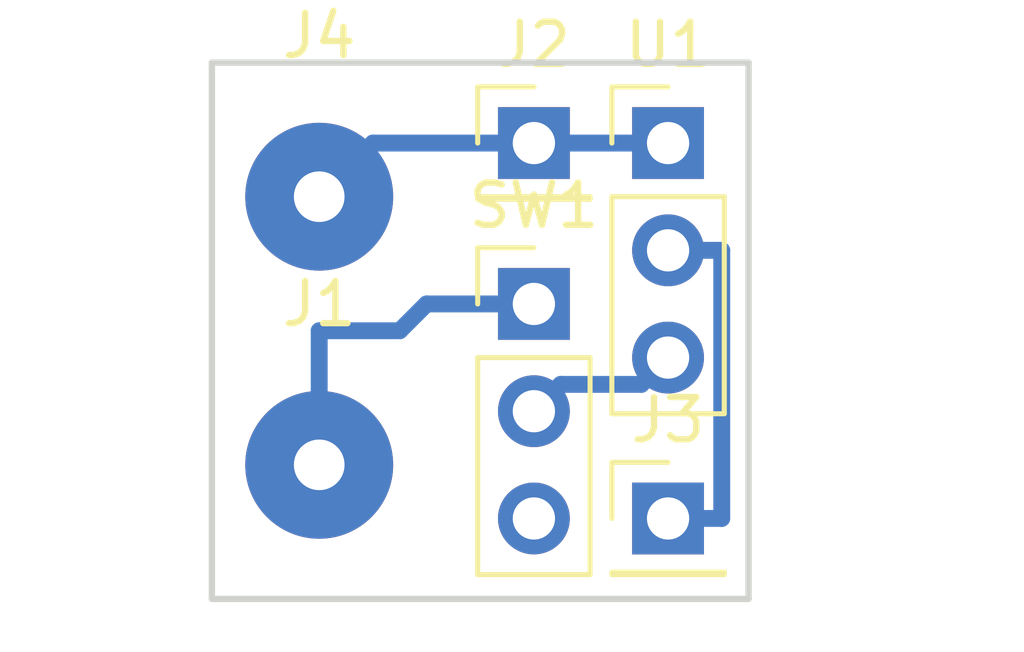
<source format=kicad_pcb>
(kicad_pcb (version 4) (host pcbnew 4.0.7)

  (general
    (links 5)
    (no_connects 1)
    (area 172.71119 49.19 197.104525 65)
    (thickness 1.6)
    (drawings 4)
    (tracks 16)
    (zones 0)
    (modules 6)
    (nets 5)
  )

  (page A4)
  (title_block
    (title "OMEGA2 DC Power")
    (date 2017-10-13)
    (rev 1.00)
    (comment 1 "By: Shivansh Vij")
    (comment 2 "PROTOTYPE (UNTESTED)")
  )

  (layers
    (0 F.Cu signal)
    (31 B.Cu signal)
    (32 B.Adhes user)
    (33 F.Adhes user)
    (34 B.Paste user)
    (35 F.Paste user)
    (36 B.SilkS user)
    (37 F.SilkS user)
    (38 B.Mask user)
    (39 F.Mask user)
    (40 Dwgs.User user)
    (41 Cmts.User user)
    (42 Eco1.User user)
    (43 Eco2.User user)
    (44 Edge.Cuts user)
    (45 Margin user)
    (46 B.CrtYd user)
    (47 F.CrtYd user)
    (48 B.Fab user)
    (49 F.Fab user)
  )

  (setup
    (last_trace_width 0.25)
    (trace_clearance 0.2)
    (zone_clearance 0.508)
    (zone_45_only yes)
    (trace_min 0.2)
    (segment_width 0.2)
    (edge_width 0.15)
    (via_size 0.6)
    (via_drill 0.4)
    (via_min_size 0.4)
    (via_min_drill 0.3)
    (uvia_size 0.3)
    (uvia_drill 0.1)
    (uvias_allowed no)
    (uvia_min_size 0.2)
    (uvia_min_drill 0.1)
    (pcb_text_width 0.3)
    (pcb_text_size 1.5 1.5)
    (mod_edge_width 0.15)
    (mod_text_size 1 1)
    (mod_text_width 0.15)
    (pad_size 1.524 1.524)
    (pad_drill 0.762)
    (pad_to_mask_clearance 0.2)
    (aux_axis_origin 0 0)
    (visible_elements 7FFFFFFF)
    (pcbplotparams
      (layerselection 0x010c0_80000001)
      (usegerberextensions false)
      (excludeedgelayer true)
      (linewidth 0.100000)
      (plotframeref false)
      (viasonmask false)
      (mode 1)
      (useauxorigin false)
      (hpglpennumber 1)
      (hpglpenspeed 20)
      (hpglpendiameter 15)
      (hpglpenoverlay 2)
      (psnegative false)
      (psa4output false)
      (plotreference true)
      (plotvalue true)
      (plotinvisibletext false)
      (padsonsilk false)
      (subtractmaskfromsilk false)
      (outputformat 1)
      (mirror false)
      (drillshape 0)
      (scaleselection 1)
      (outputdirectory ""))
  )

  (net 0 "")
  (net 1 "Net-(J1-Pad1)")
  (net 2 "Net-(J2-Pad1)")
  (net 3 "Net-(J3-Pad1)")
  (net 4 "Net-(SW1-Pad2)")

  (net_class Default "This is the default net class."
    (clearance 0.2)
    (trace_width 0.25)
    (via_dia 0.6)
    (via_drill 0.4)
    (uvia_dia 0.3)
    (uvia_drill 0.1)
  )

  (net_class "DC Input" ""
    (clearance 0.2)
    (trace_width 0.4)
    (via_dia 0.6)
    (via_drill 0.4)
    (uvia_dia 0.3)
    (uvia_drill 0.1)
    (add_net "Net-(J1-Pad1)")
    (add_net "Net-(J2-Pad1)")
    (add_net "Net-(J3-Pad1)")
    (add_net "Net-(SW1-Pad2)")
  )

  (module Wire_Pads:SolderWirePad_single_1-2mmDrill placed (layer F.Cu) (tedit 0) (tstamp 59EFA7FE)
    (at 180.34 60.325)
    (path /59E0F80E)
    (fp_text reference J1 (at 0 -3.81) (layer F.SilkS)
      (effects (font (size 1 1) (thickness 0.15)))
    )
    (fp_text value "Voltage IN (W)" (at -1.905 3.175) (layer F.Fab)
      (effects (font (size 1 1) (thickness 0.15)))
    )
    (pad 1 thru_hole circle (at 0 0) (size 3.50012 3.50012) (drill 1.19888) (layers *.Cu *.Mask)
      (net 1 "Net-(J1-Pad1)"))
  )

  (module Socket_Strips:Socket_Strip_Straight_1x01_Pitch2.54mm placed (layer F.Cu) (tedit 58CD5446) (tstamp 59EFA812)
    (at 185.42 52.705)
    (descr "Through hole straight socket strip, 1x01, 2.54mm pitch, single row")
    (tags "Through hole socket strip THT 1x01 2.54mm single row")
    (path /59E0D816)
    (fp_text reference J2 (at 0 -2.33) (layer F.SilkS)
      (effects (font (size 1 1) (thickness 0.15)))
    )
    (fp_text value GND (at 0 2.33) (layer F.Fab)
      (effects (font (size 1 1) (thickness 0.15)))
    )
    (fp_line (start -1.27 -1.27) (end -1.27 1.27) (layer F.Fab) (width 0.1))
    (fp_line (start -1.27 1.27) (end 1.27 1.27) (layer F.Fab) (width 0.1))
    (fp_line (start 1.27 1.27) (end 1.27 -1.27) (layer F.Fab) (width 0.1))
    (fp_line (start 1.27 -1.27) (end -1.27 -1.27) (layer F.Fab) (width 0.1))
    (fp_line (start -1.33 1.27) (end -1.33 1.33) (layer F.SilkS) (width 0.12))
    (fp_line (start -1.33 1.33) (end 1.33 1.33) (layer F.SilkS) (width 0.12))
    (fp_line (start 1.33 1.33) (end 1.33 1.27) (layer F.SilkS) (width 0.12))
    (fp_line (start 1.33 1.27) (end -1.33 1.27) (layer F.SilkS) (width 0.12))
    (fp_line (start -1.33 0) (end -1.33 -1.33) (layer F.SilkS) (width 0.12))
    (fp_line (start -1.33 -1.33) (end 0 -1.33) (layer F.SilkS) (width 0.12))
    (fp_line (start -1.8 -1.8) (end -1.8 1.8) (layer F.CrtYd) (width 0.05))
    (fp_line (start -1.8 1.8) (end 1.8 1.8) (layer F.CrtYd) (width 0.05))
    (fp_line (start 1.8 1.8) (end 1.8 -1.8) (layer F.CrtYd) (width 0.05))
    (fp_line (start 1.8 -1.8) (end -1.8 -1.8) (layer F.CrtYd) (width 0.05))
    (fp_text user %R (at 0 -2.33) (layer F.Fab)
      (effects (font (size 1 1) (thickness 0.15)))
    )
    (pad 1 thru_hole rect (at 0 0) (size 1.7 1.7) (drill 1) (layers *.Cu *.Mask)
      (net 2 "Net-(J2-Pad1)"))
    (model ${KISYS3DMOD}/Socket_Strips.3dshapes/Socket_Strip_Straight_1x01_Pitch2.54mm.wrl
      (at (xyz 0 0 0))
      (scale (xyz 1 1 1))
      (rotate (xyz 0 0 270))
    )
  )

  (module Socket_Strips:Socket_Strip_Straight_1x01_Pitch2.54mm placed (layer F.Cu) (tedit 58CD5446) (tstamp 59EFA826)
    (at 188.595 61.595)
    (descr "Through hole straight socket strip, 1x01, 2.54mm pitch, single row")
    (tags "Through hole socket strip THT 1x01 2.54mm single row")
    (path /59E0D7EE)
    (fp_text reference J3 (at 0 -2.33) (layer F.SilkS)
      (effects (font (size 1 1) (thickness 0.15)))
    )
    (fp_text value "3.3V (VIN)" (at 0 2.33) (layer F.Fab)
      (effects (font (size 1 1) (thickness 0.15)))
    )
    (fp_line (start -1.27 -1.27) (end -1.27 1.27) (layer F.Fab) (width 0.1))
    (fp_line (start -1.27 1.27) (end 1.27 1.27) (layer F.Fab) (width 0.1))
    (fp_line (start 1.27 1.27) (end 1.27 -1.27) (layer F.Fab) (width 0.1))
    (fp_line (start 1.27 -1.27) (end -1.27 -1.27) (layer F.Fab) (width 0.1))
    (fp_line (start -1.33 1.27) (end -1.33 1.33) (layer F.SilkS) (width 0.12))
    (fp_line (start -1.33 1.33) (end 1.33 1.33) (layer F.SilkS) (width 0.12))
    (fp_line (start 1.33 1.33) (end 1.33 1.27) (layer F.SilkS) (width 0.12))
    (fp_line (start 1.33 1.27) (end -1.33 1.27) (layer F.SilkS) (width 0.12))
    (fp_line (start -1.33 0) (end -1.33 -1.33) (layer F.SilkS) (width 0.12))
    (fp_line (start -1.33 -1.33) (end 0 -1.33) (layer F.SilkS) (width 0.12))
    (fp_line (start -1.8 -1.8) (end -1.8 1.8) (layer F.CrtYd) (width 0.05))
    (fp_line (start -1.8 1.8) (end 1.8 1.8) (layer F.CrtYd) (width 0.05))
    (fp_line (start 1.8 1.8) (end 1.8 -1.8) (layer F.CrtYd) (width 0.05))
    (fp_line (start 1.8 -1.8) (end -1.8 -1.8) (layer F.CrtYd) (width 0.05))
    (fp_text user %R (at 0 -2.33) (layer F.Fab)
      (effects (font (size 1 1) (thickness 0.15)))
    )
    (pad 1 thru_hole rect (at 0 0) (size 1.7 1.7) (drill 1) (layers *.Cu *.Mask)
      (net 3 "Net-(J3-Pad1)"))
    (model ${KISYS3DMOD}/Socket_Strips.3dshapes/Socket_Strip_Straight_1x01_Pitch2.54mm.wrl
      (at (xyz 0 0 0))
      (scale (xyz 1 1 1))
      (rotate (xyz 0 0 270))
    )
  )

  (module Wire_Pads:SolderWirePad_single_1-2mmDrill placed (layer F.Cu) (tedit 0) (tstamp 59EFA82B)
    (at 180.34 53.975)
    (path /59E0F893)
    (fp_text reference J4 (at 0 -3.81) (layer F.SilkS)
      (effects (font (size 1 1) (thickness 0.15)))
    )
    (fp_text value "GND (B)" (at -1.905 3.175) (layer F.Fab)
      (effects (font (size 1 1) (thickness 0.15)))
    )
    (pad 1 thru_hole circle (at 0 0) (size 3.50012 3.50012) (drill 1.19888) (layers *.Cu *.Mask)
      (net 2 "Net-(J2-Pad1)"))
  )

  (module Socket_Strips:Socket_Strip_Straight_1x03_Pitch2.54mm placed (layer F.Cu) (tedit 58CD5446) (tstamp 59EFA841)
    (at 185.42 56.515)
    (descr "Through hole straight socket strip, 1x03, 2.54mm pitch, single row")
    (tags "Through hole socket strip THT 1x03 2.54mm single row")
    (path /59E0F7BD)
    (fp_text reference SW1 (at 0 -2.33) (layer F.SilkS)
      (effects (font (size 1 1) (thickness 0.15)))
    )
    (fp_text value SW_DIP_x01 (at 0 7.41) (layer F.Fab)
      (effects (font (size 1 1) (thickness 0.15)))
    )
    (fp_line (start -1.27 -1.27) (end -1.27 6.35) (layer F.Fab) (width 0.1))
    (fp_line (start -1.27 6.35) (end 1.27 6.35) (layer F.Fab) (width 0.1))
    (fp_line (start 1.27 6.35) (end 1.27 -1.27) (layer F.Fab) (width 0.1))
    (fp_line (start 1.27 -1.27) (end -1.27 -1.27) (layer F.Fab) (width 0.1))
    (fp_line (start -1.33 1.27) (end -1.33 6.41) (layer F.SilkS) (width 0.12))
    (fp_line (start -1.33 6.41) (end 1.33 6.41) (layer F.SilkS) (width 0.12))
    (fp_line (start 1.33 6.41) (end 1.33 1.27) (layer F.SilkS) (width 0.12))
    (fp_line (start 1.33 1.27) (end -1.33 1.27) (layer F.SilkS) (width 0.12))
    (fp_line (start -1.33 0) (end -1.33 -1.33) (layer F.SilkS) (width 0.12))
    (fp_line (start -1.33 -1.33) (end 0 -1.33) (layer F.SilkS) (width 0.12))
    (fp_line (start -1.8 -1.8) (end -1.8 6.85) (layer F.CrtYd) (width 0.05))
    (fp_line (start -1.8 6.85) (end 1.8 6.85) (layer F.CrtYd) (width 0.05))
    (fp_line (start 1.8 6.85) (end 1.8 -1.8) (layer F.CrtYd) (width 0.05))
    (fp_line (start 1.8 -1.8) (end -1.8 -1.8) (layer F.CrtYd) (width 0.05))
    (fp_text user %R (at 0 -2.33) (layer F.Fab)
      (effects (font (size 1 1) (thickness 0.15)))
    )
    (pad 1 thru_hole rect (at 0 0) (size 1.7 1.7) (drill 1) (layers *.Cu *.Mask)
      (net 1 "Net-(J1-Pad1)"))
    (pad 2 thru_hole oval (at 0 2.54) (size 1.7 1.7) (drill 1) (layers *.Cu *.Mask)
      (net 4 "Net-(SW1-Pad2)"))
    (pad 3 thru_hole oval (at 0 5.08) (size 1.7 1.7) (drill 1) (layers *.Cu *.Mask))
    (model ${KISYS3DMOD}/Socket_Strips.3dshapes/Socket_Strip_Straight_1x03_Pitch2.54mm.wrl
      (at (xyz 0 -0.1 0))
      (scale (xyz 1 1 1))
      (rotate (xyz 0 0 270))
    )
  )

  (module Socket_Strips:Socket_Strip_Straight_1x03_Pitch2.54mm placed (layer F.Cu) (tedit 58CD5446) (tstamp 59EFA857)
    (at 188.595 52.705)
    (descr "Through hole straight socket strip, 1x03, 2.54mm pitch, single row")
    (tags "Through hole socket strip THT 1x03 2.54mm single row")
    (path /59E0D5C6)
    (fp_text reference U1 (at 0 -2.33) (layer F.SilkS)
      (effects (font (size 1 1) (thickness 0.15)))
    )
    (fp_text value LD1117S33TR_SOT223 (at 0 7.41) (layer F.Fab)
      (effects (font (size 1 1) (thickness 0.15)))
    )
    (fp_line (start -1.27 -1.27) (end -1.27 6.35) (layer F.Fab) (width 0.1))
    (fp_line (start -1.27 6.35) (end 1.27 6.35) (layer F.Fab) (width 0.1))
    (fp_line (start 1.27 6.35) (end 1.27 -1.27) (layer F.Fab) (width 0.1))
    (fp_line (start 1.27 -1.27) (end -1.27 -1.27) (layer F.Fab) (width 0.1))
    (fp_line (start -1.33 1.27) (end -1.33 6.41) (layer F.SilkS) (width 0.12))
    (fp_line (start -1.33 6.41) (end 1.33 6.41) (layer F.SilkS) (width 0.12))
    (fp_line (start 1.33 6.41) (end 1.33 1.27) (layer F.SilkS) (width 0.12))
    (fp_line (start 1.33 1.27) (end -1.33 1.27) (layer F.SilkS) (width 0.12))
    (fp_line (start -1.33 0) (end -1.33 -1.33) (layer F.SilkS) (width 0.12))
    (fp_line (start -1.33 -1.33) (end 0 -1.33) (layer F.SilkS) (width 0.12))
    (fp_line (start -1.8 -1.8) (end -1.8 6.85) (layer F.CrtYd) (width 0.05))
    (fp_line (start -1.8 6.85) (end 1.8 6.85) (layer F.CrtYd) (width 0.05))
    (fp_line (start 1.8 6.85) (end 1.8 -1.8) (layer F.CrtYd) (width 0.05))
    (fp_line (start 1.8 -1.8) (end -1.8 -1.8) (layer F.CrtYd) (width 0.05))
    (fp_text user %R (at 0 -2.33) (layer F.Fab)
      (effects (font (size 1 1) (thickness 0.15)))
    )
    (pad 1 thru_hole rect (at 0 0) (size 1.7 1.7) (drill 1) (layers *.Cu *.Mask)
      (net 2 "Net-(J2-Pad1)"))
    (pad 2 thru_hole oval (at 0 2.54) (size 1.7 1.7) (drill 1) (layers *.Cu *.Mask)
      (net 3 "Net-(J3-Pad1)"))
    (pad 3 thru_hole oval (at 0 5.08) (size 1.7 1.7) (drill 1) (layers *.Cu *.Mask)
      (net 4 "Net-(SW1-Pad2)"))
    (model ${KISYS3DMOD}/Socket_Strips.3dshapes/Socket_Strip_Straight_1x03_Pitch2.54mm.wrl
      (at (xyz 0 -0.1 0))
      (scale (xyz 1 1 1))
      (rotate (xyz 0 0 270))
    )
  )

  (gr_line (start 177.8 63.5) (end 177.8 50.8) (angle 90) (layer Edge.Cuts) (width 0.15))
  (gr_line (start 190.5 63.5) (end 177.8 63.5) (angle 90) (layer Edge.Cuts) (width 0.15))
  (gr_line (start 190.5 50.8) (end 190.5 63.5) (angle 90) (layer Edge.Cuts) (width 0.15))
  (gr_line (start 177.8 50.8) (end 190.5 50.8) (angle 90) (layer Edge.Cuts) (width 0.15))

  (via (at 180.34 60.325) (size 0.6) (drill 0.4) (layers F.Cu B.Cu) (net 1) (status C00000))
  (segment (start 180.34 60.325) (end 180.34 57.15) (width 0.4) (layer B.Cu) (net 1) (tstamp 59EFAA5F) (status 400000))
  (segment (start 182.88 56.515) (end 185.42 56.515) (width 0.4) (layer B.Cu) (net 1) (tstamp 59EFAA62) (status 800000))
  (segment (start 182.245 57.15) (end 182.88 56.515) (width 0.4) (layer B.Cu) (net 1) (tstamp 59EFAA61))
  (segment (start 180.34 57.15) (end 182.245 57.15) (width 0.4) (layer B.Cu) (net 1) (tstamp 59EFAA60))
  (segment (start 180.34 53.975) (end 181.61 52.705) (width 0.4) (layer B.Cu) (net 2) (status 400000))
  (segment (start 181.61 52.705) (end 188.595 52.705) (width 0.4) (layer B.Cu) (net 2) (tstamp 59EFAA58) (status 800000))
  (via (at 180.34 53.975) (size 0.6) (drill 0.4) (layers F.Cu B.Cu) (net 2) (status C00000))
  (segment (start 188.595 61.595) (end 189.865 61.595) (width 0.4) (layer B.Cu) (net 3) (status 400000))
  (segment (start 189.865 55.245) (end 188.595 55.245) (width 0.4) (layer B.Cu) (net 3) (tstamp 59EFAA71) (status 800000))
  (segment (start 189.865 61.595) (end 189.865 55.245) (width 0.4) (layer B.Cu) (net 3) (tstamp 59EFAA70))
  (via (at 188.595 55.245) (size 0.6) (drill 0.4) (layers F.Cu B.Cu) (net 3) (status C00000))
  (via (at 185.42 59.055) (size 0.6) (drill 0.4) (layers F.Cu B.Cu) (net 4) (status C00000))
  (segment (start 185.42 59.055) (end 186.055 58.42) (width 0.4) (layer B.Cu) (net 4) (tstamp 59EFAA32) (status 400000))
  (segment (start 187.96 58.42) (end 188.595 57.785) (width 0.4) (layer B.Cu) (net 4) (tstamp 59EFAA34) (status 800000))
  (segment (start 186.055 58.42) (end 187.96 58.42) (width 0.4) (layer B.Cu) (net 4) (tstamp 59EFAA33))

)

</source>
